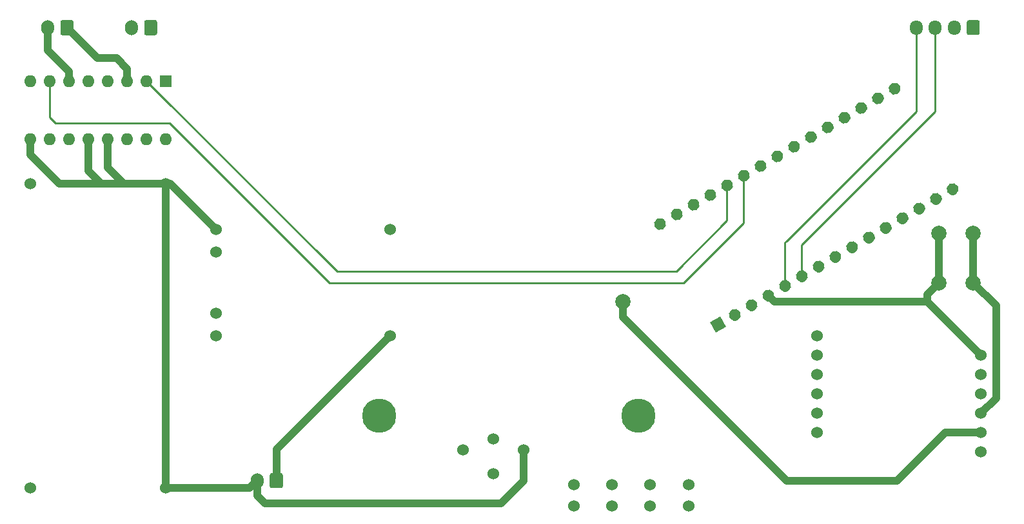
<source format=gbr>
%TF.GenerationSoftware,KiCad,Pcbnew,(5.1.10)-1*%
%TF.CreationDate,2021-05-15T16:46:53+02:00*%
%TF.ProjectId,fetap,66657461-702e-46b6-9963-61645f706362,rev?*%
%TF.SameCoordinates,Original*%
%TF.FileFunction,Copper,L2,Bot*%
%TF.FilePolarity,Positive*%
%FSLAX46Y46*%
G04 Gerber Fmt 4.6, Leading zero omitted, Abs format (unit mm)*
G04 Created by KiCad (PCBNEW (5.1.10)-1) date 2021-05-15 16:46:53*
%MOMM*%
%LPD*%
G01*
G04 APERTURE LIST*
%TA.AperFunction,ComponentPad*%
%ADD10C,2.000000*%
%TD*%
%TA.AperFunction,ComponentPad*%
%ADD11C,0.100000*%
%TD*%
%TA.AperFunction,ComponentPad*%
%ADD12O,1.700000X1.950000*%
%TD*%
%TA.AperFunction,ComponentPad*%
%ADD13C,1.524000*%
%TD*%
%TA.AperFunction,ComponentPad*%
%ADD14O,1.700000X2.000000*%
%TD*%
%TA.AperFunction,ComponentPad*%
%ADD15O,1.600000X1.600000*%
%TD*%
%TA.AperFunction,ComponentPad*%
%ADD16R,1.600000X1.600000*%
%TD*%
%TA.AperFunction,ViaPad*%
%ADD17C,4.500000*%
%TD*%
%TA.AperFunction,ViaPad*%
%ADD18C,2.000000*%
%TD*%
%TA.AperFunction,Conductor*%
%ADD19C,0.250000*%
%TD*%
%TA.AperFunction,Conductor*%
%ADD20C,1.000000*%
%TD*%
G04 APERTURE END LIST*
D10*
%TO.P,SW1,1*%
%TO.N,GND*%
X142500000Y-73000000D03*
%TO.P,SW1,2*%
%TO.N,Net-(SW1-Pad2)*%
X147000000Y-73000000D03*
%TO.P,SW1,1*%
%TO.N,GND*%
X142500000Y-79500000D03*
%TO.P,SW1,2*%
%TO.N,Net-(SW1-Pad2)*%
X147000000Y-79500000D03*
%TD*%
%TO.P,Arduino Nano,16*%
%TO.N,Net-(A1-Pad16)*%
%TA.AperFunction,ComponentPad*%
G36*
G01*
X137075863Y-54714593D02*
X137075863Y-54714593D01*
G75*
G02*
X135983043Y-54421773I-400000J692820D01*
G01*
X135983043Y-54421773D01*
G75*
G02*
X136275863Y-53328953I692820J400000D01*
G01*
X136275863Y-53328953D01*
G75*
G02*
X137368683Y-53621773I400000J-692820D01*
G01*
X137368683Y-53621773D01*
G75*
G02*
X137075863Y-54714593I-692820J-400000D01*
G01*
G37*
%TD.AperFunction*%
%TO.P,Arduino Nano,15*%
%TO.N,Net-(A1-Pad15)*%
%TA.AperFunction,ComponentPad*%
G36*
G01*
X144695863Y-67912820D02*
X144695863Y-67912820D01*
G75*
G02*
X143603043Y-67620000I-400000J692820D01*
G01*
X143603043Y-67620000D01*
G75*
G02*
X143895863Y-66527180I692820J400000D01*
G01*
X143895863Y-66527180D01*
G75*
G02*
X144988683Y-66820000I400000J-692820D01*
G01*
X144988683Y-66820000D01*
G75*
G02*
X144695863Y-67912820I-692820J-400000D01*
G01*
G37*
%TD.AperFunction*%
%TO.P,Arduino Nano,30*%
%TO.N,Net-(A1-Pad30)*%
%TA.AperFunction,ComponentPad*%
G36*
G01*
X106280000Y-72494593D02*
X106280000Y-72494593D01*
G75*
G02*
X105187180Y-72201773I-400000J692820D01*
G01*
X105187180Y-72201773D01*
G75*
G02*
X105480000Y-71108953I692820J400000D01*
G01*
X105480000Y-71108953D01*
G75*
G02*
X106572820Y-71401773I400000J-692820D01*
G01*
X106572820Y-71401773D01*
G75*
G02*
X106280000Y-72494593I-692820J-400000D01*
G01*
G37*
%TD.AperFunction*%
%TO.P,Arduino Nano,14*%
%TO.N,Net-(A1-Pad14)*%
%TA.AperFunction,ComponentPad*%
G36*
G01*
X142496159Y-69182820D02*
X142496159Y-69182820D01*
G75*
G02*
X141403339Y-68890000I-400000J692820D01*
G01*
X141403339Y-68890000D01*
G75*
G02*
X141696159Y-67797180I692820J400000D01*
G01*
X141696159Y-67797180D01*
G75*
G02*
X142788979Y-68090000I400000J-692820D01*
G01*
X142788979Y-68090000D01*
G75*
G02*
X142496159Y-69182820I-692820J-400000D01*
G01*
G37*
%TD.AperFunction*%
%TO.P,Arduino Nano,29*%
%TO.N,GND*%
%TA.AperFunction,ComponentPad*%
G36*
G01*
X108479705Y-71224593D02*
X108479705Y-71224593D01*
G75*
G02*
X107386885Y-70931773I-400000J692820D01*
G01*
X107386885Y-70931773D01*
G75*
G02*
X107679705Y-69838953I692820J400000D01*
G01*
X107679705Y-69838953D01*
G75*
G02*
X108772525Y-70131773I400000J-692820D01*
G01*
X108772525Y-70131773D01*
G75*
G02*
X108479705Y-71224593I-692820J-400000D01*
G01*
G37*
%TD.AperFunction*%
%TO.P,Arduino Nano,13*%
%TO.N,Net-(A1-Pad13)*%
%TA.AperFunction,ComponentPad*%
G36*
G01*
X140296454Y-70452820D02*
X140296454Y-70452820D01*
G75*
G02*
X139203634Y-70160000I-400000J692820D01*
G01*
X139203634Y-70160000D01*
G75*
G02*
X139496454Y-69067180I692820J400000D01*
G01*
X139496454Y-69067180D01*
G75*
G02*
X140589274Y-69360000I400000J-692820D01*
G01*
X140589274Y-69360000D01*
G75*
G02*
X140296454Y-70452820I-692820J-400000D01*
G01*
G37*
%TD.AperFunction*%
%TO.P,Arduino Nano,28*%
%TO.N,Net-(A1-Pad28)*%
%TA.AperFunction,ComponentPad*%
G36*
G01*
X110679409Y-69954593D02*
X110679409Y-69954593D01*
G75*
G02*
X109586589Y-69661773I-400000J692820D01*
G01*
X109586589Y-69661773D01*
G75*
G02*
X109879409Y-68568953I692820J400000D01*
G01*
X109879409Y-68568953D01*
G75*
G02*
X110972229Y-68861773I400000J-692820D01*
G01*
X110972229Y-68861773D01*
G75*
G02*
X110679409Y-69954593I-692820J-400000D01*
G01*
G37*
%TD.AperFunction*%
%TO.P,Arduino Nano,12*%
%TO.N,Net-(A1-Pad12)*%
%TA.AperFunction,ComponentPad*%
G36*
G01*
X138096750Y-71722820D02*
X138096750Y-71722820D01*
G75*
G02*
X137003930Y-71430000I-400000J692820D01*
G01*
X137003930Y-71430000D01*
G75*
G02*
X137296750Y-70337180I692820J400000D01*
G01*
X137296750Y-70337180D01*
G75*
G02*
X138389570Y-70630000I400000J-692820D01*
G01*
X138389570Y-70630000D01*
G75*
G02*
X138096750Y-71722820I-692820J-400000D01*
G01*
G37*
%TD.AperFunction*%
%TO.P,Arduino Nano,27*%
%TO.N,+5V*%
%TA.AperFunction,ComponentPad*%
G36*
G01*
X112879114Y-68684593D02*
X112879114Y-68684593D01*
G75*
G02*
X111786294Y-68391773I-400000J692820D01*
G01*
X111786294Y-68391773D01*
G75*
G02*
X112079114Y-67298953I692820J400000D01*
G01*
X112079114Y-67298953D01*
G75*
G02*
X113171934Y-67591773I400000J-692820D01*
G01*
X113171934Y-67591773D01*
G75*
G02*
X112879114Y-68684593I-692820J-400000D01*
G01*
G37*
%TD.AperFunction*%
%TO.P,Arduino Nano,11*%
%TO.N,Net-(A1-Pad11)*%
%TA.AperFunction,ComponentPad*%
G36*
G01*
X135897045Y-72992820D02*
X135897045Y-72992820D01*
G75*
G02*
X134804225Y-72700000I-400000J692820D01*
G01*
X134804225Y-72700000D01*
G75*
G02*
X135097045Y-71607180I692820J400000D01*
G01*
X135097045Y-71607180D01*
G75*
G02*
X136189865Y-71900000I400000J-692820D01*
G01*
X136189865Y-71900000D01*
G75*
G02*
X135897045Y-72992820I-692820J-400000D01*
G01*
G37*
%TD.AperFunction*%
%TO.P,Arduino Nano,26*%
%TO.N,Net-(A1-Pad26)*%
%TA.AperFunction,ComponentPad*%
G36*
G01*
X115078818Y-67414593D02*
X115078818Y-67414593D01*
G75*
G02*
X113985998Y-67121773I-400000J692820D01*
G01*
X113985998Y-67121773D01*
G75*
G02*
X114278818Y-66028953I692820J400000D01*
G01*
X114278818Y-66028953D01*
G75*
G02*
X115371638Y-66321773I400000J-692820D01*
G01*
X115371638Y-66321773D01*
G75*
G02*
X115078818Y-67414593I-692820J-400000D01*
G01*
G37*
%TD.AperFunction*%
%TO.P,Arduino Nano,10*%
%TO.N,Net-(A1-Pad10)*%
%TA.AperFunction,ComponentPad*%
G36*
G01*
X133697341Y-74262820D02*
X133697341Y-74262820D01*
G75*
G02*
X132604521Y-73970000I-400000J692820D01*
G01*
X132604521Y-73970000D01*
G75*
G02*
X132897341Y-72877180I692820J400000D01*
G01*
X132897341Y-72877180D01*
G75*
G02*
X133990161Y-73170000I400000J-692820D01*
G01*
X133990161Y-73170000D01*
G75*
G02*
X133697341Y-74262820I-692820J-400000D01*
G01*
G37*
%TD.AperFunction*%
%TO.P,Arduino Nano,25*%
%TO.N,Net-(A1-Pad25)*%
%TA.AperFunction,ComponentPad*%
G36*
G01*
X117278523Y-66144593D02*
X117278523Y-66144593D01*
G75*
G02*
X116185703Y-65851773I-400000J692820D01*
G01*
X116185703Y-65851773D01*
G75*
G02*
X116478523Y-64758953I692820J400000D01*
G01*
X116478523Y-64758953D01*
G75*
G02*
X117571343Y-65051773I400000J-692820D01*
G01*
X117571343Y-65051773D01*
G75*
G02*
X117278523Y-66144593I-692820J-400000D01*
G01*
G37*
%TD.AperFunction*%
%TO.P,Arduino Nano,9*%
%TO.N,Net-(A1-Pad9)*%
%TA.AperFunction,ComponentPad*%
G36*
G01*
X131497636Y-75532820D02*
X131497636Y-75532820D01*
G75*
G02*
X130404816Y-75240000I-400000J692820D01*
G01*
X130404816Y-75240000D01*
G75*
G02*
X130697636Y-74147180I692820J400000D01*
G01*
X130697636Y-74147180D01*
G75*
G02*
X131790456Y-74440000I400000J-692820D01*
G01*
X131790456Y-74440000D01*
G75*
G02*
X131497636Y-75532820I-692820J-400000D01*
G01*
G37*
%TD.AperFunction*%
%TO.P,Arduino Nano,24*%
%TO.N,Net-(A1-Pad24)*%
%TA.AperFunction,ComponentPad*%
G36*
G01*
X119478227Y-64874593D02*
X119478227Y-64874593D01*
G75*
G02*
X118385407Y-64581773I-400000J692820D01*
G01*
X118385407Y-64581773D01*
G75*
G02*
X118678227Y-63488953I692820J400000D01*
G01*
X118678227Y-63488953D01*
G75*
G02*
X119771047Y-63781773I400000J-692820D01*
G01*
X119771047Y-63781773D01*
G75*
G02*
X119478227Y-64874593I-692820J-400000D01*
G01*
G37*
%TD.AperFunction*%
%TO.P,Arduino Nano,8*%
%TO.N,Net-(A1-Pad8)*%
%TA.AperFunction,ComponentPad*%
G36*
G01*
X129297932Y-76802820D02*
X129297932Y-76802820D01*
G75*
G02*
X128205112Y-76510000I-400000J692820D01*
G01*
X128205112Y-76510000D01*
G75*
G02*
X128497932Y-75417180I692820J400000D01*
G01*
X128497932Y-75417180D01*
G75*
G02*
X129590752Y-75710000I400000J-692820D01*
G01*
X129590752Y-75710000D01*
G75*
G02*
X129297932Y-76802820I-692820J-400000D01*
G01*
G37*
%TD.AperFunction*%
%TO.P,Arduino Nano,23*%
%TO.N,Net-(A1-Pad23)*%
%TA.AperFunction,ComponentPad*%
G36*
G01*
X121677932Y-63604593D02*
X121677932Y-63604593D01*
G75*
G02*
X120585112Y-63311773I-400000J692820D01*
G01*
X120585112Y-63311773D01*
G75*
G02*
X120877932Y-62218953I692820J400000D01*
G01*
X120877932Y-62218953D01*
G75*
G02*
X121970752Y-62511773I400000J-692820D01*
G01*
X121970752Y-62511773D01*
G75*
G02*
X121677932Y-63604593I-692820J-400000D01*
G01*
G37*
%TD.AperFunction*%
%TO.P,Arduino Nano,7*%
%TO.N,Net-(A1-Pad7)*%
%TA.AperFunction,ComponentPad*%
G36*
G01*
X127098227Y-78072820D02*
X127098227Y-78072820D01*
G75*
G02*
X126005407Y-77780000I-400000J692820D01*
G01*
X126005407Y-77780000D01*
G75*
G02*
X126298227Y-76687180I692820J400000D01*
G01*
X126298227Y-76687180D01*
G75*
G02*
X127391047Y-76980000I400000J-692820D01*
G01*
X127391047Y-76980000D01*
G75*
G02*
X127098227Y-78072820I-692820J-400000D01*
G01*
G37*
%TD.AperFunction*%
%TO.P,Arduino Nano,22*%
%TO.N,Net-(A1-Pad22)*%
%TA.AperFunction,ComponentPad*%
G36*
G01*
X123877636Y-62334593D02*
X123877636Y-62334593D01*
G75*
G02*
X122784816Y-62041773I-400000J692820D01*
G01*
X122784816Y-62041773D01*
G75*
G02*
X123077636Y-60948953I692820J400000D01*
G01*
X123077636Y-60948953D01*
G75*
G02*
X124170456Y-61241773I400000J-692820D01*
G01*
X124170456Y-61241773D01*
G75*
G02*
X123877636Y-62334593I-692820J-400000D01*
G01*
G37*
%TD.AperFunction*%
%TO.P,Arduino Nano,6*%
%TO.N,Net-(A1-Pad6)*%
%TA.AperFunction,ComponentPad*%
G36*
G01*
X124898523Y-79342820D02*
X124898523Y-79342820D01*
G75*
G02*
X123805703Y-79050000I-400000J692820D01*
G01*
X123805703Y-79050000D01*
G75*
G02*
X124098523Y-77957180I692820J400000D01*
G01*
X124098523Y-77957180D01*
G75*
G02*
X125191343Y-78250000I400000J-692820D01*
G01*
X125191343Y-78250000D01*
G75*
G02*
X124898523Y-79342820I-692820J-400000D01*
G01*
G37*
%TD.AperFunction*%
%TO.P,Arduino Nano,21*%
%TO.N,Net-(A1-Pad21)*%
%TA.AperFunction,ComponentPad*%
G36*
G01*
X126077341Y-61064593D02*
X126077341Y-61064593D01*
G75*
G02*
X124984521Y-60771773I-400000J692820D01*
G01*
X124984521Y-60771773D01*
G75*
G02*
X125277341Y-59678953I692820J400000D01*
G01*
X125277341Y-59678953D01*
G75*
G02*
X126370161Y-59971773I400000J-692820D01*
G01*
X126370161Y-59971773D01*
G75*
G02*
X126077341Y-61064593I-692820J-400000D01*
G01*
G37*
%TD.AperFunction*%
%TO.P,Arduino Nano,5*%
%TO.N,Net-(A1-Pad5)*%
%TA.AperFunction,ComponentPad*%
G36*
G01*
X122698818Y-80612820D02*
X122698818Y-80612820D01*
G75*
G02*
X121605998Y-80320000I-400000J692820D01*
G01*
X121605998Y-80320000D01*
G75*
G02*
X121898818Y-79227180I692820J400000D01*
G01*
X121898818Y-79227180D01*
G75*
G02*
X122991638Y-79520000I400000J-692820D01*
G01*
X122991638Y-79520000D01*
G75*
G02*
X122698818Y-80612820I-692820J-400000D01*
G01*
G37*
%TD.AperFunction*%
%TO.P,Arduino Nano,20*%
%TO.N,Net-(A1-Pad20)*%
%TA.AperFunction,ComponentPad*%
G36*
G01*
X128277045Y-59794593D02*
X128277045Y-59794593D01*
G75*
G02*
X127184225Y-59501773I-400000J692820D01*
G01*
X127184225Y-59501773D01*
G75*
G02*
X127477045Y-58408953I692820J400000D01*
G01*
X127477045Y-58408953D01*
G75*
G02*
X128569865Y-58701773I400000J-692820D01*
G01*
X128569865Y-58701773D01*
G75*
G02*
X128277045Y-59794593I-692820J-400000D01*
G01*
G37*
%TD.AperFunction*%
%TO.P,Arduino Nano,4*%
%TO.N,GND*%
%TA.AperFunction,ComponentPad*%
G36*
G01*
X120499114Y-81882820D02*
X120499114Y-81882820D01*
G75*
G02*
X119406294Y-81590000I-400000J692820D01*
G01*
X119406294Y-81590000D01*
G75*
G02*
X119699114Y-80497180I692820J400000D01*
G01*
X119699114Y-80497180D01*
G75*
G02*
X120791934Y-80790000I400000J-692820D01*
G01*
X120791934Y-80790000D01*
G75*
G02*
X120499114Y-81882820I-692820J-400000D01*
G01*
G37*
%TD.AperFunction*%
%TO.P,Arduino Nano,19*%
%TO.N,Net-(A1-Pad19)*%
%TA.AperFunction,ComponentPad*%
G36*
G01*
X130476750Y-58524593D02*
X130476750Y-58524593D01*
G75*
G02*
X129383930Y-58231773I-400000J692820D01*
G01*
X129383930Y-58231773D01*
G75*
G02*
X129676750Y-57138953I692820J400000D01*
G01*
X129676750Y-57138953D01*
G75*
G02*
X130769570Y-57431773I400000J-692820D01*
G01*
X130769570Y-57431773D01*
G75*
G02*
X130476750Y-58524593I-692820J-400000D01*
G01*
G37*
%TD.AperFunction*%
%TO.P,Arduino Nano,3*%
%TO.N,Net-(A1-Pad3)*%
%TA.AperFunction,ComponentPad*%
G36*
G01*
X118299409Y-83152820D02*
X118299409Y-83152820D01*
G75*
G02*
X117206589Y-82860000I-400000J692820D01*
G01*
X117206589Y-82860000D01*
G75*
G02*
X117499409Y-81767180I692820J400000D01*
G01*
X117499409Y-81767180D01*
G75*
G02*
X118592229Y-82060000I400000J-692820D01*
G01*
X118592229Y-82060000D01*
G75*
G02*
X118299409Y-83152820I-692820J-400000D01*
G01*
G37*
%TD.AperFunction*%
%TO.P,Arduino Nano,18*%
%TO.N,Net-(A1-Pad18)*%
%TA.AperFunction,ComponentPad*%
G36*
G01*
X132676454Y-57254593D02*
X132676454Y-57254593D01*
G75*
G02*
X131583634Y-56961773I-400000J692820D01*
G01*
X131583634Y-56961773D01*
G75*
G02*
X131876454Y-55868953I692820J400000D01*
G01*
X131876454Y-55868953D01*
G75*
G02*
X132969274Y-56161773I400000J-692820D01*
G01*
X132969274Y-56161773D01*
G75*
G02*
X132676454Y-57254593I-692820J-400000D01*
G01*
G37*
%TD.AperFunction*%
%TO.P,Arduino Nano,2*%
%TO.N,Net-(A1-Pad2)*%
%TA.AperFunction,ComponentPad*%
G36*
G01*
X116099705Y-84422820D02*
X116099705Y-84422820D01*
G75*
G02*
X115006885Y-84130000I-400000J692820D01*
G01*
X115006885Y-84130000D01*
G75*
G02*
X115299705Y-83037180I692820J400000D01*
G01*
X115299705Y-83037180D01*
G75*
G02*
X116392525Y-83330000I400000J-692820D01*
G01*
X116392525Y-83330000D01*
G75*
G02*
X116099705Y-84422820I-692820J-400000D01*
G01*
G37*
%TD.AperFunction*%
%TO.P,Arduino Nano,17*%
%TO.N,Net-(A1-Pad17)*%
%TA.AperFunction,ComponentPad*%
G36*
G01*
X134876159Y-55984593D02*
X134876159Y-55984593D01*
G75*
G02*
X133783339Y-55691773I-400000J692820D01*
G01*
X133783339Y-55691773D01*
G75*
G02*
X134076159Y-54598953I692820J400000D01*
G01*
X134076159Y-54598953D01*
G75*
G02*
X135168979Y-54891773I400000J-692820D01*
G01*
X135168979Y-54891773D01*
G75*
G02*
X134876159Y-55984593I-692820J-400000D01*
G01*
G37*
%TD.AperFunction*%
%TA.AperFunction,ComponentPad*%
D11*
%TO.P,Arduino Nano,1*%
%TO.N,Net-(A1-Pad1)*%
G36*
X114592820Y-85292820D02*
G01*
X113207180Y-86092820D01*
X112407180Y-84707180D01*
X113792820Y-83907180D01*
X114592820Y-85292820D01*
G37*
%TD.AperFunction*%
%TD*%
D12*
%TO.P,Dial1,4*%
%TO.N,Net-(A1-Pad5)*%
X139500000Y-46000000D03*
%TO.P,Dial1,3*%
%TO.N,Net-(A1-Pad6)*%
X142000000Y-46000000D03*
%TO.P,Dial1,2*%
%TO.N,GND*%
X144500000Y-46000000D03*
%TO.P,Dial1,1*%
%TA.AperFunction,ComponentPad*%
G36*
G01*
X147850000Y-45275000D02*
X147850000Y-46725000D01*
G75*
G02*
X147600000Y-46975000I-250000J0D01*
G01*
X146400000Y-46975000D01*
G75*
G02*
X146150000Y-46725000I0J250000D01*
G01*
X146150000Y-45275000D01*
G75*
G02*
X146400000Y-45025000I250000J0D01*
G01*
X147600000Y-45025000D01*
G75*
G02*
X147850000Y-45275000I0J-250000D01*
G01*
G37*
%TD.AperFunction*%
%TD*%
D13*
%TO.P,TP4056 Battery Charger,6*%
%TO.N,Net-(J4-Pad2)*%
X47560000Y-75500000D03*
%TO.P,TP4056 Battery Charger,5*%
%TO.N,Net-(J4-Pad1)*%
X47560000Y-83500000D03*
%TO.P,TP4056 Battery Charger,4*%
%TO.N,GND*%
X47560000Y-72500000D03*
%TO.P,TP4056 Battery Charger,3*%
%TO.N,+5V*%
X47560000Y-86500000D03*
%TO.P,TP4056 Battery Charger,2*%
%TO.N,GND*%
X70420000Y-72500000D03*
%TO.P,TP4056 Battery Charger,1*%
%TO.N,Net-(J3-Pad1)*%
X70420000Y-86500000D03*
%TD*%
D14*
%TO.P,Battery,2*%
%TO.N,Net-(J4-Pad2)*%
X36500000Y-46000000D03*
%TO.P,Battery,1*%
%TO.N,Net-(J4-Pad1)*%
%TA.AperFunction,ComponentPad*%
G36*
G01*
X39850000Y-45250000D02*
X39850000Y-46750000D01*
G75*
G02*
X39600000Y-47000000I-250000J0D01*
G01*
X38400000Y-47000000D01*
G75*
G02*
X38150000Y-46750000I0J250000D01*
G01*
X38150000Y-45250000D01*
G75*
G02*
X38400000Y-45000000I250000J0D01*
G01*
X39600000Y-45000000D01*
G75*
G02*
X39850000Y-45250000I0J-250000D01*
G01*
G37*
%TD.AperFunction*%
%TD*%
%TO.P,Power,2*%
%TO.N,GND*%
X53000000Y-105500000D03*
%TO.P,Power,1*%
%TO.N,Net-(J3-Pad1)*%
%TA.AperFunction,ComponentPad*%
G36*
G01*
X56350000Y-104750000D02*
X56350000Y-106250000D01*
G75*
G02*
X56100000Y-106500000I-250000J0D01*
G01*
X54900000Y-106500000D01*
G75*
G02*
X54650000Y-106250000I0J250000D01*
G01*
X54650000Y-104750000D01*
G75*
G02*
X54900000Y-104500000I250000J0D01*
G01*
X56100000Y-104500000D01*
G75*
G02*
X56350000Y-104750000I0J-250000D01*
G01*
G37*
%TD.AperFunction*%
%TD*%
D13*
%TO.P,U4,4*%
%TO.N,GND*%
X41000000Y-66500000D03*
%TO.P,U4,3*%
%TO.N,Net-(U2-Pad8)*%
X23220000Y-66500000D03*
%TO.P,U4,2*%
%TO.N,GND*%
X41000000Y-106500000D03*
%TO.P,U4,1*%
%TO.N,+5V*%
X23220000Y-106500000D03*
%TD*%
%TO.P,sim800l,12*%
%TO.N,Net-(A1-Pad9)*%
X126500000Y-99200000D03*
%TO.P,sim800l,11*%
%TO.N,Net-(A1-Pad8)*%
X126500000Y-96660000D03*
%TO.P,sim800l,10*%
%TO.N,Net-(U1-Pad10)*%
X126500000Y-94120000D03*
%TO.P,sim800l,9*%
%TO.N,Net-(U1-Pad9)*%
X126500000Y-91580000D03*
%TO.P,sim800l,8*%
%TO.N,Net-(U1-Pad8)*%
X126500000Y-89040000D03*
%TO.P,sim800l,7*%
%TO.N,Net-(U1-Pad7)*%
X126500000Y-86500000D03*
%TO.P,sim800l,6*%
%TO.N,GND*%
X148000000Y-89040000D03*
%TO.P,sim800l,5*%
%TO.N,Net-(A1-Pad12)*%
X148000000Y-91580000D03*
%TO.P,sim800l,4*%
%TO.N,Net-(A1-Pad11)*%
X148000000Y-94120000D03*
%TO.P,sim800l,3*%
%TO.N,Net-(SW1-Pad2)*%
X148000000Y-96660000D03*
%TO.P,sim800l,2*%
%TO.N,+5V*%
X148000000Y-99200000D03*
%TO.P,sim800l,1*%
%TO.N,Net-(U1-Pad1)*%
X148000000Y-101740000D03*
%TD*%
D14*
%TO.P,Bell,2*%
%TO.N,Net-(J1-Pad2)*%
X25500000Y-46000000D03*
%TO.P,Bell,1*%
%TO.N,Net-(J1-Pad1)*%
%TA.AperFunction,ComponentPad*%
G36*
G01*
X28850000Y-45250000D02*
X28850000Y-46750000D01*
G75*
G02*
X28600000Y-47000000I-250000J0D01*
G01*
X27400000Y-47000000D01*
G75*
G02*
X27150000Y-46750000I0J250000D01*
G01*
X27150000Y-45250000D01*
G75*
G02*
X27400000Y-45000000I250000J0D01*
G01*
X28600000Y-45000000D01*
G75*
G02*
X28850000Y-45250000I0J-250000D01*
G01*
G37*
%TD.AperFunction*%
%TD*%
D13*
%TO.P,Hook,4*%
%TO.N,N/C*%
X80000000Y-101500000D03*
%TO.P,Hook,3*%
%TO.N,Net-(A1-Pad24)*%
X84000000Y-100000000D03*
%TO.P,Hook,2*%
%TO.N,GND*%
X88000000Y-101500000D03*
%TO.P,Hook,1*%
%TO.N,Net-(A1-Pad23)*%
X84000000Y-104600000D03*
%TD*%
%TO.P,U3,1*%
%TO.N,Net-(U1-Pad10)*%
X109600000Y-106000000D03*
%TO.P,U3,2*%
%TO.N,Net-(U1-Pad9)*%
X104600000Y-106000000D03*
%TO.P,U3,3*%
%TO.N,Net-(U1-Pad8)*%
X99600000Y-106000000D03*
%TO.P,U3,4*%
%TO.N,Net-(U1-Pad7)*%
X94600000Y-106000000D03*
%TO.P,U3,5*%
%TO.N,N/C*%
X109600000Y-108800000D03*
%TO.P,U3,6*%
X104600000Y-108800000D03*
%TO.P,U3,7*%
X99600000Y-108800000D03*
%TO.P,U3,8*%
X94600000Y-108800000D03*
%TD*%
D15*
%TO.P,U2,16*%
%TO.N,+5V*%
X41000000Y-60620000D03*
%TO.P,U2,8*%
%TO.N,Net-(U2-Pad8)*%
X23220000Y-53000000D03*
%TO.P,U2,15*%
%TO.N,Net-(U2-Pad15)*%
X38460000Y-60620000D03*
%TO.P,U2,7*%
%TO.N,Net-(A1-Pad25)*%
X25760000Y-53000000D03*
%TO.P,U2,14*%
%TO.N,Net-(U2-Pad14)*%
X35920000Y-60620000D03*
%TO.P,U2,6*%
%TO.N,Net-(J1-Pad2)*%
X28300000Y-53000000D03*
%TO.P,U2,13*%
%TO.N,GND*%
X33380000Y-60620000D03*
%TO.P,U2,5*%
X30840000Y-53000000D03*
%TO.P,U2,12*%
X30840000Y-60620000D03*
%TO.P,U2,4*%
X33380000Y-53000000D03*
%TO.P,U2,11*%
%TO.N,Net-(U2-Pad11)*%
X28300000Y-60620000D03*
%TO.P,U2,3*%
%TO.N,Net-(J1-Pad1)*%
X35920000Y-53000000D03*
%TO.P,U2,10*%
%TO.N,Net-(U2-Pad10)*%
X25760000Y-60620000D03*
%TO.P,U2,2*%
%TO.N,Net-(A1-Pad26)*%
X38460000Y-53000000D03*
%TO.P,U2,9*%
%TO.N,GND*%
X23220000Y-60620000D03*
D16*
%TO.P,U2,1*%
%TO.N,+5V*%
X41000000Y-53000000D03*
%TD*%
D17*
%TO.N,*%
X69000000Y-97000000D03*
X103000000Y-97000000D03*
D18*
%TO.N,+5V*%
X101000000Y-82000000D03*
%TD*%
D19*
%TO.N,Net-(A1-Pad26)*%
X114678818Y-71321182D02*
X114678818Y-66721773D01*
X108000000Y-78000000D02*
X114678818Y-71321182D01*
X63460000Y-78000000D02*
X108000000Y-78000000D01*
X38460000Y-53000000D02*
X63460000Y-78000000D01*
%TO.N,Net-(A1-Pad25)*%
X109000000Y-79500000D02*
X116878523Y-71621477D01*
X41500000Y-58500000D02*
X62500000Y-79500000D01*
X26500000Y-58500000D02*
X41500000Y-58500000D01*
X25760000Y-57760000D02*
X26500000Y-58500000D01*
X116878523Y-71621477D02*
X116878523Y-65451773D01*
X62500000Y-79500000D02*
X109000000Y-79500000D01*
X25760000Y-53000000D02*
X25760000Y-57760000D01*
%TO.N,Net-(A1-Pad6)*%
X142000000Y-46000000D02*
X142000000Y-57000000D01*
X142000000Y-57000000D02*
X124500000Y-74500000D01*
X124500000Y-74500000D02*
X124500000Y-78500000D01*
%TO.N,Net-(A1-Pad5)*%
X139500000Y-46000000D02*
X139500000Y-46500000D01*
X139500000Y-46000000D02*
X139500000Y-57000000D01*
X122298818Y-74201182D02*
X122750000Y-73750000D01*
X122298818Y-79920000D02*
X122298818Y-74201182D01*
X122750000Y-73750000D02*
X122500000Y-74000000D01*
X139500000Y-57000000D02*
X122750000Y-73750000D01*
D20*
%TO.N,GND*%
X41560000Y-66500000D02*
X47560000Y-72500000D01*
X41000000Y-66500000D02*
X41560000Y-66500000D01*
X52000000Y-106500000D02*
X53000000Y-105500000D01*
X41000000Y-106500000D02*
X52000000Y-106500000D01*
X140949999Y-81989999D02*
X148000000Y-89040000D01*
X120899113Y-81989999D02*
X140949999Y-81989999D01*
X120099114Y-81190000D02*
X120899113Y-81989999D01*
X41000000Y-66500000D02*
X35500000Y-66500000D01*
X33380000Y-64380000D02*
X33380000Y-60620000D01*
X35500000Y-66500000D02*
X33380000Y-64380000D01*
X35500000Y-66500000D02*
X32500000Y-66500000D01*
X30840000Y-64840000D02*
X30840000Y-60620000D01*
X32500000Y-66500000D02*
X30840000Y-64840000D01*
X88000000Y-105500000D02*
X88000000Y-101500000D01*
X85000000Y-108500000D02*
X88000000Y-105500000D01*
X54000000Y-108500000D02*
X85000000Y-108500000D01*
X53000000Y-107500000D02*
X54000000Y-108500000D01*
X53000000Y-105500000D02*
X53000000Y-107500000D01*
X41000000Y-66500000D02*
X41000000Y-106500000D01*
X32500000Y-66500000D02*
X29000000Y-66500000D01*
X23220000Y-60620000D02*
X23220000Y-62720000D01*
X27000000Y-66500000D02*
X29000000Y-66500000D01*
X23220000Y-62720000D02*
X27000000Y-66500000D01*
X140949999Y-81989999D02*
X140949999Y-81050001D01*
X140949999Y-81050001D02*
X142500000Y-79500000D01*
X142500000Y-79500000D02*
X142500000Y-73000000D01*
%TO.N,+5V*%
X143300000Y-99200000D02*
X148000000Y-99200000D01*
X137000000Y-105500000D02*
X143300000Y-99200000D01*
X122500000Y-105500000D02*
X137000000Y-105500000D01*
X101000000Y-84000000D02*
X122500000Y-105500000D01*
X101000000Y-82000000D02*
X101000000Y-84000000D01*
%TO.N,Net-(J1-Pad2)*%
X28300000Y-53000000D02*
X28300000Y-51800000D01*
X25500000Y-49000000D02*
X25500000Y-46000000D01*
X28300000Y-51800000D02*
X25500000Y-49000000D01*
%TO.N,Net-(J1-Pad1)*%
X35920000Y-53000000D02*
X35920000Y-51420000D01*
X35920000Y-51420000D02*
X34500000Y-50000000D01*
X32000000Y-50000000D02*
X28000000Y-46000000D01*
X34500000Y-50000000D02*
X32000000Y-50000000D01*
%TO.N,Net-(J3-Pad1)*%
X55500000Y-101420000D02*
X70420000Y-86500000D01*
X55500000Y-105500000D02*
X55500000Y-101420000D01*
%TO.N,Net-(SW1-Pad2)*%
X148000000Y-96660000D02*
X150000000Y-94660000D01*
X150000000Y-94660000D02*
X150000000Y-82500000D01*
X150000000Y-82500000D02*
X147000000Y-79500000D01*
X147000000Y-79500000D02*
X147000000Y-73000000D01*
%TD*%
M02*

</source>
